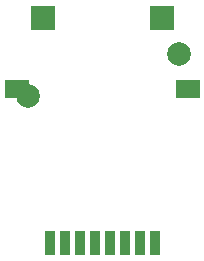
<source format=gbp>
G04*
G04 #@! TF.GenerationSoftware,Altium Limited,Altium Designer,22.2.1 (43)*
G04*
G04 Layer_Color=128*
%FSTAX25Y25*%
%MOIN*%
G70*
G04*
G04 #@! TF.SameCoordinates,04582349-F352-462C-AFDD-1AE5C237541B*
G04*
G04*
G04 #@! TF.FilePolarity,Positive*
G04*
G01*
G75*
%ADD43R,0.07874X0.07874*%
%ADD44R,0.07874X0.05906*%
%ADD45C,0.07874*%
%ADD46R,0.03543X0.07874*%
D43*
X0054746Y008145D02*
D03*
X0015376D02*
D03*
D44*
X0063543Y0057708D02*
D03*
X0006457D02*
D03*
D45*
X0010165Y0055478D02*
D03*
X0060402Y0069573D02*
D03*
D46*
X0052531Y000655D02*
D03*
X0047532D02*
D03*
X0037532D02*
D03*
X0022532D02*
D03*
X0042531D02*
D03*
X0032531D02*
D03*
X0027531D02*
D03*
X0017531D02*
D03*
M02*

</source>
